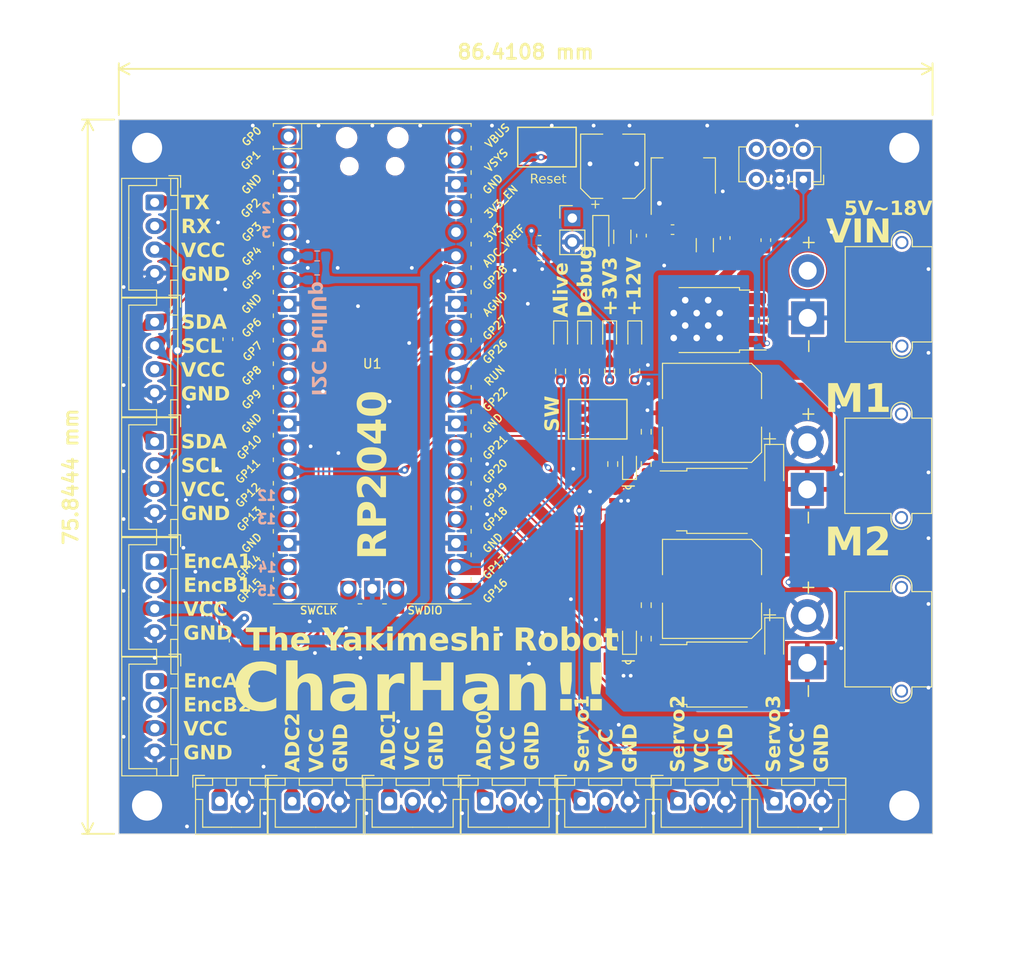
<source format=kicad_pcb>
(kicad_pcb (version 20221018) (generator pcbnew)
  (layers (0 "F.Cu" signal) (31 "B.Cu" signal) (34 "B.Paste" user) (35 "F.Paste" user) (36 "B.SilkS" user "B.Silkscreen") (37 "F.SilkS" user "F.Silkscreen") (38 "B.Mask" user) (39 "F.Mask" user) (44 "Edge.Cuts" user))
  (net 0 "")
  (net 1 "MOut2")
  (net 2 "+12V")
  (net 3 "GND")
  (net 4 "MOut1")
  (net 5 "+3V3")
  (net 6 "Net-(D2-A)")
  (net 7 "Net-(D3-A)")
  (net 8 "Net-(D4-A)")
  (net 9 "Net-(D5-A)")
  (net 10 "ADC0")
  (net 11 "ADC1")
  (net 12 "ADC2")
  (net 13 "SDA")
  (net 14 "SCL")
  (net 15 "EncPortA2")
  (net 16 "EncPortA1")
  (net 17 "+BATT")
  (net 18 "EMG_SW")
  (net 19 "Servo1")
  (net 20 "Servo2")
  (net 21 "Net-(Q1-G)")
  (net 22 "Net-(Q2-G)")
  (net 23 "Net-(Q3-G)")
  (net 24 "Debug_LED")
  (net 25 "Alive_LED")
  (net 26 "RUN")
  (net 27 "Net-(U2-~{OUT})")
  (net 28 "Net-(U3-~{OUT})")
  (net 29 "TX0")
  (net 30 "RX0")
  (net 31 "EncPortB1")
  (net 32 "SW")
  (net 37 "MotorB")
  (net 38 "MotorA")
  (net 44 "EncPortB2")
  (net 47 "Servo3")
  (net 48 "Net-(D6-A)")
  (net 49 "Net-(D7-A)")
  (footprint "Resistor_SMD:R_0603_1608Metric_Pad0.98x0.95mm_HandSolder" (layer "F.Cu") (at 112.903 105.918 90)
    (fp_text reference "R12" hide)
    (fp_text value "51" hide)
  )
  (footprint "Connector_JST:JST_XH_B3B-XH-A_1x03_P2.50mm_Vertical" (layer "F.Cu") (at 85.598 123.19)
    (fp_text reference "J6" hide)
    (fp_text value "JST-XH" hide)
  )
  (footprint "Connector_JST:JST_XH_B4B-XH-A_1x04_P2.50mm_Vertical" (layer "F.Cu") (at 60.706 59.603 -90)
    (fp_text reference "J2" hide)
    (fp_text value "JST-XH" hide)
  )
  (footprint "Capacitor_SMD:CP_Elec_10x10" (layer "F.Cu") (at 119.888 81.9404 180)
    (fp_text reference "C4" hide)
    (fp_text value "220u")
  )
  (footprint "Package_TO_SOT_SMD:TO-252-2" (layer "F.Cu") (at 120.523 109.728)
    (fp_text reference "Q2" hide)
    (fp_text value "MTB7D0N6RJ3" hide)
  )
  (footprint "LED_SMD:LED_0603_1608Metric_Pad1.05x0.95mm_HandSolder" (layer "F.Cu") (at 111.125 105.918 90)
    (fp_text reference "D7" hide)
    (fp_text value "LED" hide)
  )
  (footprint "Resistor_SMD:R_0603_1608Metric_Pad0.98x0.95mm_HandSolder" (layer "F.Cu") (at 112.903 83.947 90)
    (fp_text reference "R13" hide)
    (fp_text value "10k" hide)
  )
  (footprint "Capacitor_SMD:C_0603_1608Metric_Pad1.08x0.95mm_HandSolder" (layer "F.Cu") (at 112.395 63.119 -90)
    (fp_text reference "C7" hide)
    (fp_text value "0.1u" hide)
  )
  (footprint "Resistor_SMD:R_0603_1608Metric_Pad0.98x0.95mm_HandSolder" (layer "F.Cu") (at 109.347 87.376 90)
    (fp_text reference "R1" hide)
    (fp_text value "1k" hide)
  )
  (footprint "Diode_SMD:D_SOD-123F" (layer "F.Cu") (at 126.492 87.503 -90)
    (fp_text reference "D8" hide)
    (fp_text value "ＧＳ１０１０ＦＬ" hide)
  )
  (footprint "Diode_SMD:D_SOD-323_HandSoldering" (layer "F.Cu") (at 108.077 62.992 -90)
    (fp_text reference "D1" hide)
    (fp_text value "D_Schottky" hide)
  )
  (footprint "MCU_RaspberryPi_and_Boards:RPi_Pico_SMD_TH" (layer "F.Cu") (at 83.808 76.723)
    (fp_text reference "U1")
    (fp_text value "Pico" hide)
  )
  (footprint "Connector_AMASS:AMASS_XT30PW-M_1x02_P2.50mm_Horizontal" (layer "F.Cu") (at 130.005525 108.4814 -90)
    (fp_text reference "J16" hide)
    (fp_text value "XT30PW-M" hide)
  )
  (footprint "Package_TO_SOT_SMD:TO-252-2" (layer "F.Cu") (at 119.4965 72.0857 180)
    (fp_text reference "Q3" hide)
    (fp_text value "TJ60S04M3L" hide)
  )
  (footprint "Package_TO_SOT_SMD:TO-252-2" (layer "F.Cu") (at 120.523 91.2896)
    (fp_text reference "Q1" hide)
    (fp_text value "MTB7D0N6RJ3" hide)
  )
  (footprint "Capacitor_SMD:C_0603_1608Metric_Pad1.08x0.95mm_HandSolder" (layer "F.Cu") (at 121.285 63.373 -90)
    (fp_text reference "C10" hide)
    (fp_text value "0.1u" hide)
  )
  (footprint "LED_SMD:LED_0603_1608Metric_Pad1.05x0.95mm_HandSolder" (layer "F.Cu") (at 106.3498 73.8397 -90)
    (fp_text reference "D4" hide)
    (fp_text value "LED" hide)
  )
  (footprint "Connector_JST:JST_XH_B4B-XH-A_1x04_P2.50mm_Vertical" (layer "F.Cu") (at 60.706 72.303 -90)
    (fp_text reference "J8" hide)
    (fp_text value "JST-XH" hide)
  )
  (footprint "Diode_SMD:D_SOD-123F" (layer "F.Cu") (at 126.492 105.918 -90)
    (fp_text reference "D9" hide)
    (fp_text value "D" hide)
  )
  (footprint "Capacitor_SMD:C_0603_1608Metric_Pad1.08x0.95mm_HandSolder" (layer "F.Cu") (at 115.697 62.484 180)
    (fp_text reference "C12" hide)
    (fp_text value "0.1u" hide)
  )
  (footprint "MCP1401T-E_OT:SOT95P270X145-5N" (layer "F.Cu") (at 110.998 109.8314)
    (fp_text reference "U3" hide)
    (fp_text value "MCP1401T-E_OT" hide)
  )
  (footprint "MCP1401T-E_OT:SOT95P270X145-5N" (layer "F.Cu") (at 110.998 91.2642)
    (fp_text reference "U2" hide)
    (fp_text value "MCP1401T-E_OT" hide)
  )
  (footprint "Connector_JST:JST_XH_B4B-XH-A_1x04_P2.50mm_Vertical" (layer "F.Cu") (at 60.706 85.01 -90)
    (fp_text reference "J9" hide)
    (fp_text value "JST-XH" hide)
  )
  (footprint "Connector_JST:JST_XH_B3B-XH-A_1x03_P2.50mm_Vertical" (layer "F.Cu") (at 75.311 123.19)
    (fp_text reference "J7" hide)
    (fp_text value "JST-XH" hide)
  )
  (footprint "Connector_PinHeader_2.54mm:PinHeader_1x02_P2.54mm_Vertical" (layer "F.Cu") (at 105.0544 61.2648)
    (fp_text reference "J4" hide)
    (fp_text value "~" hide)
  )
  (footprint "Capacitor_SMD:CP_Elec_6.3x5.4" (layer "F.Cu") (at 109.347 55.753 90)
    (fp_text reference "C8" hide)
    (fp_text value "220u" hide)
  )
  (footprint "LED_SMD:LED_0603_1608Metric_Pad1.05x0.95mm_HandSolder" (layer "F.Cu") (at 111.125 87.3507 90)
    (fp_text reference "D6" hide)
    (fp_text value "LED" hide)
  )
  (footprint "Connector_JST:JST_XH_B4B-XH-A_1x04_P2.50mm_Vertical" (layer "F.Cu") (at 60.706 97.743 -90)
    (fp_text reference "J11" hide)
    (fp_text value "JST-XH" hide)
  )
  (footprint "Capacitor_SMD:CP_Elec_10x10" (layer "F.Cu") (at 119.888 100.6348 180)
    (fp_text reference "C2" hide)
    (fp_text value "220u")
  )
  (footprint "Connector_JST:JST_XH_B3B-XH-A_1x03_P2.50mm_Vertical" (layer "F.Cu") (at 116.292 123.19)
    (fp_text reference "J15" hide)
    (fp_text value "JST-XH" hide)
  )
  (footprint "Resistor_SMD:R_0603_1608Metric_Pad0.98x0.95mm_HandSolder" (layer "F.Cu") (at 112.903 102.362 90)
    (fp_text reference "R10" hide)
    (fp_text value "10k" hide)
  )
  (footprint "Connector_AMASS:AMASS_XT30PW-M_1x02_P2.50mm_Horizontal" (layer "F.Cu") (at 130.048 71.8528 -90)
    (fp_text reference "J12" hide)
    (fp_text value "XT30PW-M" hide)
  )
  (footprint "Connector_JST:JST_XH_B3B-XH-A_1x03_P2.50mm_Vertical" (layer "F.Cu") (at 95.798 123.19)
    (fp_text reference "J5" hide)
    (fp_text value "JST-XH" hide)
  )
  (footprint "Connector_JST:JST_XH_B4B-XH-A_1x04_P2.50mm_Vertical" (layer "F.Cu") (at 60.723 110.423 -90)
    (fp_text reference "J10" hide)
    (fp_text value "JST-XH" hide)
  )
  (footprint "Capacitor_SMD:C_1206_3216Metric_Pad1.33x1.80mm_HandSolder" (layer "F.Cu") (at 110.363 63.246 -90)
    (fp_text reference "C6" hide)
    (fp_text value "22u" hide)
  )
  (footprint "LED_SMD:LED_0603_1608Metric_Pad1.05x0.95mm_HandSolder" (layer "F.Cu") (at 111.6838 73.8397 -90)
    (fp_text reference "D2" hide)
    (fp_text value "LED" hide)
  )
  (footprint "Resistor_SMD:R_0603_1608Metric_Pad0.98x0.95mm_HandSolder" (layer "F.Cu") (at 109.0168 77.5227 90)
    (fp_text reference "R6" hide)
    (fp_text value "1k" hide)
  )
  (footprint "LED_SMD:LED_0603_1608Metric_Pad1.05x0.95mm_HandSolder" (layer "F.Cu") (at 103.8098 73.8397 -90)
    (fp_text reference "D5" hide)
    (fp_text value "LED" hide)
  )
  (footprint "Resistor_SMD:R_0603_1608Metric_Pad0.98x0.95mm_HandSolder" (layer "F.Cu") (at 111.6838 77.5227 90)
    (fp_text reference "R8" hide)
    (fp_text value "10k" hide)
  )
  (footprint "Resistor_SMD:R_0603_1608Metric_Pad0.98x0.95mm_HandSolder" (layer "F.Cu") (at 109.347 105.918 90)
    (fp_text reference "R2" hide)
    (fp_text value "1k" hide)
  )
  (footprint "Capacitor_SMD:C_0603_1608Metric_Pad1.08x0.95mm_HandSolder" (layer "F.Cu") (at 125.603 63.6005 -90)
    (fp_text reference "C15" hide)
    (fp_text value "0.1u" hide)
  )
  (footprint "newinov-kicad:SKRPACE010" (layer "F.Cu") (at 107.755 82.618)
    (fp_text reference "SW3" hide)
    (fp_text value "SW_Push" hide)
  )
  (footprint "Capacitor_SMD:C_1206_3216Metric_Pad1.33x1.80mm_HandSolder" (layer "F.Cu") (at 119.126 64.135 -90)
    (fp_text reference "C5" hide)
    (fp_text value "22u" hide)
  )
  (footprint "newinov-kicad:SKRPACE010" (layer "F.Cu") (at 102.362 53.721)
    (fp_text reference "SW1" hide)
    (fp_text value "SW_Push" hide)
  )
  (footprint "Resistor_SMD:R_0603_1608Metric_Pad0.98x0.95mm_HandSolder" (layer "F.Cu") (at 125.349 72.136 -90)
    (fp_text reference "R5" hide)
    (fp_text value "10k" hide)
  )
  (footprint "Connector_JST:JST_XH_B3B-XH-A_1x03_P2.50mm_Vertical" (layer "F.Cu") (at 106.045 123.19)
    (fp_text reference "J14" hide)
    (fp_text value "JST-XH" hide)
  )
  (footprint "Resistor_SMD:R_0603_1608Metric_Pad0.98x0.95mm_HandSolder" (layer "F.Cu") (at 103.8098 77.5227 90)
    (fp_text reference "R9" hide)
    (fp_text value "1k" hide)
  )
  (footprint "Capacitor_SMD:C_0603_1608Metric_Pad1.08x0.95mm_HandSolder" (layer "F.Cu") (at 69.1388 106.1212 -90)
    (fp_text reference "C13" hide)
    (fp_text value "0.1u" hide)
  )
  (footprint "Capacitor_SMD:C_0603_1608Metric_Pad1.08x0.95mm_HandSolder" (layer "F.Cu") (at 68.4784 74.1172 90)
    (fp_text reference "C14" hide)
    (fp_text value "0.1u" hide)
  )
  (footprint "Capacitor_SMD:C_0603_1608Metric_Pad1.08x0.95mm_HandSolder" (layer "F.Cu") (at 101.547 65.278)
    (fp_text reference "C9" hide)
    (fp_text value "0.1u" hide)
  )
  (footprint "Capacitor_SMD:C_0603_1608Metric_Pad1.08x0.95mm_HandSolder" (layer "F.Cu") (at 101.5735 63.627)
    (fp_text reference "C11" hide)
    (fp_text value "0.1u" hide)
  )
  (footprint "LED_SMD:LED_0603_1608Metric_Pad1.05x0.95mm_HandSolder" (layer "F.Cu") (at 109.0168 73.8397 -90)
    (fp_text reference "D3" hide)
    (fp_text value "LED" hide)
  )
  (footprint "Resistor_SMD:R_0603_1608Metric_Pad0.98x0.95mm_HandSolder" (layer "F.Cu") (at 112.903 87.376 90)
    (fp_text reference "R11" hide)
    (fp_text value "51" hide)
  )
  (footprint "Connector_JST:JST_XH_B3B-XH-A_1x03_P2.50mm_Vertical" (layer "F.Cu") (at 126.532 123.19)
    (fp_text reference "J3" hide)
    (fp_text value "JST-XH" hide)
  )
  (footprint "Package_TO_SOT_SMD:SOT-223-3_TabPin2" (layer "F.Cu") (at 116.84 56.769 90)
    (fp_text reference "U4" hide)
    (fp_text value "AZ1117CH-3.3TR" hide)
  )
  (footprint "Connector_JST:JST_XH_B2B-XH-A_1x02_P2.50mm_Vertical" (layer "F.Cu") (at 67.604 123.19)
    (fp_text reference "J13" hide)
    (fp_text value "JST-XH" hide)
  )
  (footprint "Button_Switch_THT:SW_E-Switch_EG1271_SPDT" (layer "F.Cu") (at 129.5908 57.15 180)
    (fp_text reference "SW2" hide)
    (fp_text value "SW_DPST_x2" hide)
  )
  (footprint "Connector_AMASS:AMASS_XT30PW-M_1x02_P2.50mm_Horizontal" (layer "F.Cu") (at 130.0048 90.0656 -90)
    (fp_text reference "J1" hide)
    (fp_text value "XT30PW-M" hide)
  )
  (footprint "Resistor_SMD:R_0603_1608Metric_Pad0.98x0.95mm_HandSolder" (layer "F.Cu") (at 106.3498 77.5227 90)
    (fp_text reference "R7" hide)
    (fp_text value "1k" hide)
  )
  (footprint "Resistor_SMD:R_0603_1608Metric_Pad0.98x0.95mm_HandSolder" (layer "B.Cu") (at 77.9545 65.278 180)
    (fp_text reference "R3" hide)
    (fp_text value "10k" hide)
  )
  (footprint "Resistor_SMD:R_0603_1608Metric_Pad0.98x0.95mm_HandSolder" (layer "B.Cu") (at 77.9545 67.818 180)
    (fp_text reference "R4" hide)
    (fp_text value "10k" hide)
  )
  (gr_rect (start 56.896 50.8) (end 143.3068 126.6444) (stroke (width 0.1)) (fill none) (layer "Edge.Cuts"))
  (gr_text "2" (at 72.5424 60.198) (layer "B.SilkS") (effects (font (size 1 1) (thickness 0.25) bold) (justify mirror)))
  (gr_text "12" (at 72.5932 90.7288) (layer "B.SilkS") (effects (font (size 1 1) (thickness 0.25) bold) (justify mirror)))
  (gr_text "14" (at 72.644 98.3488) (layer "B.SilkS") (effects (font (size 1 1) (thickness 0.25) bold) (justify mirror)))
  (gr_text "3" (at 72.5424 62.7888) (layer "B.SilkS") (effects (font (size 1 1) (thickness 0.25) bold) (justify mirror)))
  (gr_text "15" (at 72.5932 100.838) (layer "B.SilkS") (effects (font (size 1 1) (thickness 0.25) bold) (justify mirror)))
  (gr_text "I2C PullUp" (at 78.0288 74.0664 270) (layer "B.SilkS") (effects (font (size 1.5 1.5) (thickness 0.3) bold) (justify mirror)))
  (gr_text "13" (at 72.5932 93.218) (layer "B.SilkS") (effects (font (size 1 1) (thickness 0.25) bold) (justify mirror)))
  (gr_text "Servo3" (at 126.492 120.142 90) (layer "F.SilkS") (effects (font (size 1.5 1.5) (thickness 0.3) bold) (justify left)))
  (gr_text "Reset" (at 102.489 57.15) (layer "F.SilkS") (effects (font (size 1 1) (thickness 0.125))))
  (gr_text "VCC" (at 77.978 120.142 90) (layer "F.SilkS") (effects (font (size 1.5 1.5) (thickness 0.3) bold) (justify left)))
  (gr_text "VCC" (at 63.5 90.17) (layer "F.SilkS") (effects (font (size 1.5 1.5) (thickness 0.3) bold) (justify left)))
  (gr_text "SDA" (at 63.5 72.39) (layer "F.SilkS") (effects (font (size 1.5 1.5) (thickness 0.3) bold) (justify left)))
  (gr_text "VCC" (at 118.872 120.142 90) (layer "F.SilkS") (effects (font (size 1.5 1.5) (thickness 0.3) bold) (justify left)))
  (gr_text "+3V3" (at 109.1438 71.6807 90) (layer "F.SilkS") (effects (font (size 1.5 1.5) (thickness 0.3) bold) (justify left)))
  (gr_text "SDA" (at 63.5 85.09) (layer "F.SilkS") (effects (font (size 1.5 1.5) (thickness 0.3) bold) (justify left)))
  (gr_text "GND" (at 63.754 105.41) (layer "F.SilkS") (effects (font (size 1.5 1.5) (thickness 0.3) bold) (justify left)))
  (gr_text "SW" (at 102.997 83.947 90) (layer "F.SilkS") (effects (font (size 1.5 1.5) (thickness 0.3) bold) (justify left)))
  (gr_text "VIN\n" (at 138.938 62.8104) (layer "F.SilkS") (effects (font (size 2.5 2.5) (thickness 0.3) bold) (justify right)))
  (gr_text "EncA1" (at 63.754 97.79) (layer "F.SilkS") (effects (font (size 1.5 1.5) (thickness 0.3) bold) (justify left)))
  (gr_text "GND" (at 131.572 120.142 90) (layer "F.SilkS") (effects (font (size 1.5 1.5) (thickness 0.3) bold) (justify left)))
  (gr_text "ADC0" (at 95.758 119.888 90) (layer "F.SilkS") (effects (font (size 1.5 1.5) (thickness 0.3) bold) (justify left)))
  (gr_text "VCC" (at 63.5 77.47) (layer "F.SilkS") (effects (font (size 1.5 1.5) (thickness 0.3) bold) (justify left)))
  (gr_text "VCC" (at 108.712 120.142 90) (layer "F.SilkS") (effects (font (size 1.5 1.5) (thickness 0.3) bold) (justify left)))
  (gr_text "VCC" (at 129.032 120.142 90) (layer "F.SilkS") (effects (font (size 1.5 1.5) (thickness 0.3) bold) (justify left)))
  (gr_text "Servo1" (at 106.172 120.142 90) (layer "F.SilkS") (effects (font (size 1.5 1.5) (thickness 0.3) bold) (justify left)))
  (gr_text "RP2040" (at 84.0232 97.536 90) (layer "F.SilkS") (effects (font (size 3 3) (thickness 0.3) bold) (justify left)))
  (gr_text "VCC" (at 63.754 115.57) (layer "F.SilkS") (effects (font (size 1.5 1.5) (thickness 0.3) bold) (justify left)))
  (gr_text "ADC2" (at 75.438 120.142 90) (layer "F.SilkS") (effects (font (size 1.5 1.5) (thickness 0.3) bold) (justify left)))
  (gr_text "GND" (at 100.838 119.888 90) (layer "F.SilkS") (effects (font (size 1.5 1.5) (thickness 0.3) bold) (justify left)))
  (gr_text "ADC1" (at 85.598 119.888 90) (layer "F.SilkS") (effects (font (size 1.5 1.5) (thickness 0.3) bold) (justify left)))
  (gr_text "EncA2\n" (at 63.754 110.49) (layer "F.SilkS") (effects (font (size 1.5 1.5) (thickness 0.3) bold) (justify left)))
  (gr_text "The Yakimeshi Robot" (at 70.358 104.775) (layer "F.SilkS") (effects (font (size 2.4 2.4) (thickness 0.3) bold italic) (justify left top)))
  (gr_text "VCC" (at 63.754 102.87) (layer "F.SilkS") (effects (font (size 1.5 1.5) (thickness 0.3) bold) (justify left)))
  (gr_text "EncB2" (at 63.754 113.03) (layer "F.SilkS") (effects (font (size 1.5 1.5) (thickness 0.3) bold) (justify left)))
  (gr_text "GND" (at 63.754 118.11) (layer "F.SilkS") (effects (font (size 1.5 1.5) (thickness 0.3) bold) (justify left)))
  (gr_text "GND" (at 111.252 120.142 90) (layer "F.SilkS") (effects (font (size 1.5 1.5) (thickness 0.3) bold) (justify left)))
  (gr_text "VCC" (at 88.138 119.888 90) (layer "F.SilkS") (effects (font (size 1.5 1.5) (thickness 0.3) bold) (justify left)))
  (gr_text "SCL" (at 63.5 74.93) (layer "F.SilkS") (effects (font (size 1.5 1.5) (thickness 0.3) bold) (justify left)))
  (gr_text "TX" (at 63.5 59.69) (layer "F.SilkS") (effects (font (size 1.5 1.5) (thickness 0.3) bold) (justify left)))
  (gr_text "GND" (at 121.412 120.142 90) (layer "F.SilkS") (effects (font (size 1.5 1.5) (thickness 0.3) bold) (justify left)))
  (gr_text "Alive" (at 103.9368 71.8077 90) (layer "F.SilkS") (effects (font (size 1.5 1.5) (thickness 0.3) bold) (justify left)))
  (gr_text "GND" (at 80.518 120.142 90) (layer "F.SilkS") (effects (font (size 1.5 1.5) (thickness 0.3) bold) (justify left)))
  (gr_text "VCC" (at 63.5 64.77) (layer "F.SilkS") (effects (font (size 1.5 1.5) (thickness 0.3) bold) (justify left)))
  (gr_text "RX" (at 63.5 62.23) (layer "F.SilkS") (effects (font (size 1.5 1.5) (thickness 0.3) bold) (justify left)))
  (gr_text "GND" (at 90.678 119.888 90) (layer "F.SilkS") (effects (font (size 1.5 1.5) (thickness 0.3) bold) (justify left)))
  (gr_text "GND" (at 63.5 67.31) (layer "F.SilkS") (effects (font (size 1.5 1.5) (thickness 0.3) bold) (justify left)))
  (gr_text "SCL" (at 63.5 87.63) (layer "F.SilkS") (effects (font (size 1.5 1.5) (thickness 0.3) bold) (justify left)))
  (gr_text "CharHan!!" (at 68.9356 108.5342) (layer "F.SilkS") (effects (font (size 5 5) (thickness 0.3) bold italic) (justify left top)))
  (gr_text "M2" (at 138.937275 95.8362) (layer "F.SilkS") (effects (font (size 3 3) (thickness 0.3) bold) (justify right)))
  (gr_text "Servo2" (at 116.332 120.142 90) (layer "F.SilkS") (effects (font (size 1.5 1.5) (thickness 0.3) bold) (justify left)))
  (gr_text "VCC" (at 98.298 119.888 90) (layer "F.SilkS") (effects (font (size 1.5 1.5) (thickness 0.3) bold) (justify left)))
  (gr_text "M1" (at 138.937275 80.5962) (layer "F.SilkS") (effects (font (size 3 3) (thickness 0.3) bold) (justify right)))
  (gr_text "5V~18V" (at 133.9088 61.1848) (layer "F.SilkS") (effects (font (size 1.5 1.5) (thickness 0.3) bold) (justify left bottom)))
  (gr_text "Debug" (at 106.4768 71.8077 90) (layer "F.SilkS") (effects (font (size 1.5 1.5) (thickness 0.3) bold) (justify left)))
  (gr_text "GND" (at 63.5 80.01) (layer "F.SilkS") (effects (font (size 1.5 1.5) (thickness 0.3) bold) (justify left)))
  (gr_text "EncB1" (at 63.754 100.33) (layer "F.SilkS") (effects (font (size 1.5 1.5) (thickness 0.3) bold) (justify left)))
  (gr_text "+12V" (at 111.6838 71.6807 90) (layer "F.SilkS") (effects (font (size 1.5 1.5) (thickness 0.3) bold) (justify left)))
  (gr_text "GND" (at 63.5 92.71) (layer "F.SilkS") (effects (font (size 1.5 1.5) (thickness 0.3) bold) (justify left)))
  (dimension (type aligned) (layer "F.SilkS") (pts (xy 143.3068 50.8) (xy 56.896 50.8)) (height 5.384799) (gr_text "86.4108 mm" (at 100.1014 43.615201) (layer "F.SilkS") (effects (font (size 1.5 1.5) (thickness 0.3)))) (format (prefix "") (suffix "") (units 3) (units_format 1) (precision 4)) (style (thickness 0.2) (arrow_length 1.27) (text_position_mode 0) (extension_height 0.58642) (extension_offset 0.5) keep_text_aligned))
  (dimension (type aligned) (layer "F.SilkS") (pts (xy 56.896 50.8) (xy 56.896 126.6444)) (height 3.301999) (gr_text "75.8444 mm" (at 51.794001 88.7222 90) (layer "F.SilkS") (effects (font (size 1.5 1.5) (thickness 0.3)))) (format (prefix "") (suffix "") (units 3) (units_format 1) (precision 4)) (style (thickness 0.2) (arrow_length 1.27) (text_position_mode 0) (extension_height 0.58642) (extension_offset 0.5) keep_text_aligned))
  (segment (start 119.253 60.032) (end 119.14 59.919) (width 0.7) (layer "F.Cu") (net 2))
  (segment (start 110.972112 91.2642) (end 110.260437 91.2642) (width 0.5) (layer "F.Cu") (net 2))
  (segment (start 109.6264 91.2642) (end 109.6028 91.2878) (width 0.5) (layer "F.Cu") (net 2))
  (segment (start 110.236837 91.2878) (end 109.65 91.2878) (width 0.5) (layer "F.Cu") (net 2))
  (segment (start 121.133 59.919) (end 119.14 59.919) (width 1) (layer "F.Cu") (net 2))
  (segment (start 109.7534 109.8314) (end 110.0854 109.8314) (width 0.5) (layer "F.Cu") (net 2))
  (segment (start 119.188 62.5105) (end 119.126 62.5725) (width 0.7) (layer "F.Cu") (net 2))
  (segment (start 110.49 109.855) (end 109.777 109.855) (width 0.5) (layer "F.Cu") (net 2))
  (segment (start 111.6838 78.4352) (end 111.6838 78.4117) (width 0.2) (layer "F.Cu") (net 2))
  (segment (start 115.8221 70.0269) (end 118.2365 72.1365) (width 1) (layer "F.Cu") (net 2))
  (segment (start 119.7615 70.6115) (end 118.2365 72.1365) (width 1) (layer "F.Cu") (net 2))
  (segment (start 116.4825 70.3825) (end 115.8221 70.0269) (width 1) (layer "F.Cu") (net 2))
  (segment (start 122.809 65.786) (end 119.4797 69.1153) (width 1) (layer "F.Cu") (net 2))
  (segment (start 119.14 62.5585) (end 119.126 62.5725) (width 1) (layer "F.Cu") (net 2))
  (segment (start 122.809 65.786) (end 122.809 61.595) (width 1) (layer "F.Cu") (net 2))
  (segment (start 110.260437 91.2642) (end 110.236837 91.2878) (width 0.5) (layer "F.Cu") (net 2))
  (segment (start 109.6028 91.2878) (end 109.601837 91.2878) (width 0.5) (layer "F.Cu") (net 2))
  (segment (start 119.4797 69.1153) (end 119.4797 69.9761) (width 1) (layer "F.Cu") (net 2))
  (segment (start 117.309 74.409) (end 116.5615 73.6615) (width 1) (layer "F.Cu") (net 2))
  (segment (start 121.285 62.5105) (end 119.188 62.5105) (width 0.7) (layer "F.Cu") (net 2))
  (segment (start 111.252 109.855) (end 110.49 109.855) (width 0.5) (layer "F.Cu") (net 2))
  (segment (start 109.65 91.2878) (end 109.6264 91.2642) (width 0.5) (layer "F.Cu") (net 2))
  (segment (start 119.9115 70.6115) (end 119.7615 70.6115) (width 1) (layer "F.Cu") (net 2))
  (segment (start 109.777 109.855) (end 109.7534 109.8314) (width 0.5) (layer "F.Cu") (net 2))
  (segment (start 119.14 59.919) (end 119.14 62.5585) (width 1) (layer "F.Cu") (net 2))
  (segment (start 110.0854 109.8314) (end 110.109 109.855) (width 0.5) (layer "F.Cu") (net 2))
  (segment (start 122.809 61.595) (end 121.133 59.919) (width 1) (layer "F.Cu") (net 2))
  (via (at 110.236837 91.2878) (size 0.6) (drill 0.4) (layers "F.Cu" "B.Cu") (net 2))
  (via (at 119.4797 69.9761) (size 1.2) (drill 0.7) (layers "F.Cu" "B.Cu") (net 2))
  (via (at 111.252 109.855) (size 0.6) (drill 0.4) (layers "F.Cu" "B.Cu") (net 2))
  (via (at 115.8221 71.3477) (size 1.2) (drill 0.7) (layers "F.Cu" "B.Cu") (net 2))
  (via (at 117.0413 72.6685) (size 1.2) (drill 0.7) (layers "F.Cu" "B.Cu") (net 2))
  (via (at 110.972112 91.2642) (size 0.6) (drill 0.4) (layers "F.Cu" "B.Cu") (net 2))
  (via (at 120.6989 71.3477) (size 1.2) (drill 0.7) (layers "F.Cu" "B.Cu") (net 2))
  (via (at 115.8221 73.9893) (size 1.2) (drill 0.7) (layers "F.Cu" "B.Cu") (net 2))
  (via (at 117.0413 69.9761) (size 1.2) (drill 0.7) (layers "F.Cu" "B.Cu") (net 2))
  (via (at 120.6989 73.9893) (size 1.2) (drill 0.7) (layers "F.Cu" "B.Cu") (net 2))
  (via (at 118.2605 73.9893) (size 1.2) (drill 0.7) (layers "F.Cu" "B.Cu") (net 2))
  (via (at 111.6838 78.4117) (size 0.7) (drill 0.5) (layers "F.Cu" "B.Cu") (net 2))
  (via (at 119.4797 72.6685) (size 1.2) (drill 0.7) (layers "F.Cu" "B.Cu") (net 2))
  (via (at 118.2605 71.3477) (size 1.2) (drill 0.7) (layers "F.Cu" "B.Cu") (net 2))
  (via (at 110.49 109.855) (size 0.6) (drill 0.4) (layers "F.Cu" "B.Cu") (net 2))
  (segment (start 111.6838 78.4117) (end 112.2191 77.8764) (width 0.2) (layer "B.Cu") (net 2))
  (segment (start 112.2191 77.8764) (end 114.7064 77.8764) (width 0.2) (layer "B.Cu") (net 2))
  (segment (start 118.2605 73.9893) (end 118.3113 74.0401) (width 1) (layer "B.Cu") (net 2))
  (segment (start 111.125 106.793) (end 111.125 107.393) (width 0.7) (layer "F.Cu") (net 3))
  (segment (start 111.125 88.8258) (end 109.6264 90.3244) (width 0.7) (layer "F.Cu") (net 3))
  (segment (start 111.125 107.393) (end 109.6264 108.8916) (width 0.7) (layer "F.Cu") (net 3))
  (segment (start 102.436 65.2515) (end 102.4095 65.278) (width 1) (layer "F.Cu") (net 3))
  (segment (start 102.4095 65.278) (end 102.4095 63.6535) (width 0.7) (layer "F.Cu") (net 3))
  (segment (start 109.04 52.646) (end 109.347 52.953) (width 1) (layer "F.Cu") (net 3))
  (segment (start 114.8345 62.484) (end 114.8345 60.2135) (width 1) (layer "F.Cu") (net 3))
  (segment (start 102.4095 63.6535) (end 102.436 63.627) (width 0.7) (layer "F.Cu") (net 3))
  (segment (start 111.125 88.2257) (end 111.125 88.8258) (width 0.7) (layer "F.Cu") (net 3))
  (segment (start 114.8345 60.2135) (end 114.54 59.919) (width 1) (layer "F.Cu") (net 3))
  (segment (start 130.048 71.8528) (end 130.048 71.882) (width 0.7) (layer "F.Cu") (net 3))
  (via (at 113.029275 81.661) (size 0.6) (drill 0.4) (layers "F.Cu" "B.Cu") (net 3))
  (via (at 114.808 66.294) (size 0.6) (drill 0.4) (layers "F.Cu" "B.Cu") (net 3))
  (via (at 142.875 75.565) (size 0.6) (drill 0.4) (layers "F.Cu" "B.Cu") (net 3))
  (via (at 60.706 107.95) (size 0.6) (drill 0.4) (layers "F.Cu" "B.Cu") (net 3))
  (via (at 63.754 96.266) (size 0.6) (drill 0.4) (layers "F.Cu" "B.Cu") (net 3))
  (via (at 113.0808 76.8604) (size 0.6) (drill 0.4) (layers "F.Cu" "B.Cu") (net 3))
  (via (at 83.185 124.46) (size 0.6) (drill 0.4) (layers "F.Cu" "B.Cu") (net 3))
  (via (at 90.805 67.945) (size 0.6) (drill 0.4) (layers "F.Cu" "B.Cu") (net 3))
  (via (at 77.724 107.442) (size 0.6) (drill 0.4) (layers "F.Cu" "B.Cu") (net 3))
  (via (at 97.4852 105.4608) (size 0.6) (drill 0.4) (layers "F.Cu" "B.Cu") (net 3))
  (via (at 59.896 123.6444) (size 6) (drill 3.2) (layers "F.Cu" "B.Cu") (net 3))
  (via (at 82.55 107.95) (size 0.6) (drill 0.4) (layers "F.Cu" "B.Cu") (net 3))
  (via (at 86.5632 114.7064) (size 0.6) (drill 0.4) (layers "F.Cu" "B.Cu") (net 3))
  (via (at 68.326 91.186) (size 0.6) (drill 0.4) (layers "F.Cu" "B.Cu") (net 3))
  (via (at 76.962 66.548) (size 0.6) (drill 0.4) (layers "F.Cu" "B.Cu") (net 3))
  (via (at 113.1316 78.8416) (size 0.6) (drill 0.4) (layers "F.Cu" "B.Cu") (net 3))
  (via (at 88.011 66.548) (size 0.6) (drill 0.4) (layers "F.Cu" "B.Cu") (net 3))
  (via (at 93.345 124.46) (size 0.6) (drill 0.4) (layers "F.Cu" "B.Cu") (net 3))
  (via (at 68.199 68.834) (size 0.6) (drill 0.4) (layers "F.Cu" "B.Cu") (net 3))
  (via (at 128.905 51.435) (size 0.6) (drill 0.4) (layers "F.Cu" "B.Cu") (net 3))
  (via (at 57.404 93.218) (size 0.6) (drill 0.4) (layers "F.Cu" "B.Cu") (net 3))
  (via (at 142.875 102.235) (size 0.6) (drill 0.4) (layers "F.Cu" "B.Cu") (net 3))
  (via (at 77.2668 85.4964) (size 0.6) (drill 0.4) (layers "F.Cu" "B.Cu") (net 3))
  (via (at 57.404 78.994) (size 0.6) (drill 0.4) (layers "F.Cu" "B.Cu") (net 3))
  (via (at 114.3 59.69) (size 0.7) (drill 0.5) (layers "F.Cu" "B.Cu") (net 3))
  (via (at 80.137 66.548) (size 0.6) (drill 0.4) (layers "F.Cu" "B.Cu") (net 3))
  (via (at 87.7316 74.5236) (size 0.6) (drill 0.4) (layers "F.Cu" "B.Cu") (net 3))
  (via (at 128.016 99.9236) (size 0.6) (drill 0.4) (layers "F.Cu" "B.Cu") (net 3))
  (via (at 64.008 91.186) (size 0.6) (drill 0.4) (layers "F.Cu" "B.Cu") (net 3))
  (via (at 100.33 70.358) (size 0.6) (drill 0.4) (layers "F.Cu" "B.Cu") (net 3))
  (via (at 76.962 63.754) (size 0.6) (drill 0.4) (layers "F.Cu" "B.Cu") (net 3))
  (via (at 119.38 51.435) (size 0.6) (drill 0.4) (layers "F.Cu" "B.Cu") (net 3))
  (via (at 121.031 58.42) (size 0.6) (drill 0.4) (layers "F.Cu" "B.Cu") (net 3))
  (via (at 96.012 92.71) (size 0.6) (drill 0.4) (layers "F.Cu" "B.Cu") (net 3))
  (via (at 67.31 87.884) (size 0.6) (drill 0.4) (layers "F.Cu" "B.Cu") (net 3))
  (via (at 128.27 115.062) (size 0.6) (drill 0.4) (layers "F.Cu" "B.Cu") (net 3))
  (via (at 133.604 106.934) (size 0.6) (drill 0.4) (layers "F.Cu" "B.Cu") (net 3))
  (via (at 57.404 100.838) (size 0.6) (drill 0.4) (layers "F.Cu" "B.Cu") (net 3))
  (via (at 67.437 61.722) (size 0.6) (drill 0.4) (layers "F.Cu" "B.Cu") (net 3))
  (via (at 142.875 95.25) (size 0.6) (drill 0.4) (layers "F.Cu" "B.Cu") (net 3))
  (via (at 142.875 88.265) (size 0.6) (drill 0.4) (layers "F.Cu" "B.Cu") (net 3))
  (via (at 140.3068 53.8) (size 6) (drill 3.2) (layers "F.Cu" "B.Cu") (net 3))
  (via (at 64.135 125.857) (size 0.6) (drill 0.4) (layers "F.Cu" "B.Cu") (net 3))
  (via (at 64.262 81.28) (size 0.6) (drill 0.4) (layers "F.Cu" "B.Cu") (net 3))
  (via (at 103.505 124.46) (size 0.6) (drill 0.4) (layers "F.Cu" "B.Cu") (net 3))
  (via (at 57.404 112.268) (size 0.6) (drill 0.4) (layers "F.Cu" "B.Cu") (net 3))
  (via (at 107.315 51.435) (size 0.6) (drill 0.4) (layers "F.Cu" "B.Cu") (net 3))
  (via (at 101.854 66.675) (size 0.6) (drill 0.4) (layers "F.Cu" "B.Cu") (net 3))
  (via (at 107.569 103.886) (size 0.6) (drill 0.4) (layers "F.Cu" "B.Cu") (net 3))
  (via (at 96.52 51.435) (size 0.6) (drill 0.4) (layers "F.Cu" "B.Cu") (net 3))
  (via (at 142.875 66.675) (size 0.6) (drill 0.4) (layers "F.Cu" "B.Cu") (net 3))
  (via (at 81.026 104.775) (size 0.6) (drill 0.4) (layers "F.Cu" "B.Cu") (net 3))
  (via (at 111.887 55.499) (size 0.7) (drill 0.5) (layers "F.Cu" "B.Cu") (net 3))
  (via (at 57.404 68.58) (size 0.6) (drill 0.4) (layers "F.Cu" "B.Cu") (net 3))
  (via (at 133.35 81.28) (size 0.6) (drill 0.4) (layers "F.Cu" "B.Cu") (net 3))
  (via (at 72.39 124.46) (size 0.6) (drill 0.4) (layers "F.Cu" "B.Cu") (net 3))
  (via (at 101.854 105.283) (size 0.6) (drill 0.4) (layers "F.Cu" "B.Cu") (net 3))
  (via (at 131.445 126.111) (size 0.6) (drill 0.4) (layers "F.Cu" "B.Cu") (net 3))
  (via (at 80.2132 86.2076) (size 0.6) (drill 0.4) (layers "F.Cu" "B.Cu") (net 3))
  (via (at 111.125 51.435) (size 0.6) (drill 0.4) (layers "F.Cu" "B.Cu") (net 3))
  (via (at 96.012 87.376) (size 0.6) (drill 0.4) (layers "F.Cu" "B.Cu") (net 3))
  (via (at 109.982 115.062) (size 0.6) (drill 0.4) (layers "F.Cu" "B.Cu") (net 3))
  (via (at 78.5876 79.6544) (size 0.6) (drill 0.4) (layers "F.Cu" "B.Cu") (net 3))
  (via (at 65.024 98.806) (size 0.6) (drill 0.4) (layers "F.Cu" "B.Cu") (net 3))
  (via (at 59.896 53.8) (size 6) (drill 3.2) (layers "F.Cu" "B.Cu") (net 3))
  (via (at 133.603275 88.4702) (size 0.6) (drill 0.4) (layers "F.Cu" "B.Cu") (net 3))
  (via (at 106.934 90.297) (size 0.6) (drill 0.4) (layers "F.Cu" "B.Cu") (net 3))
  (via (at 102.87 51.435) (size 0.6) (drill 0.4) (layers "F.Cu" "B.Cu") (net 3))
  (via (at 85.6488 80.7212) (size 0.6) (drill 0.4) (layers "F.Cu" "B.Cu") (net 3))
  (via (at 105.156 87.884) (size 0.6) (drill 0.4) (layers "F.Cu" "B.Cu") (net 3))
  (via (at 71.12 51.435) (size 0.6) (drill 0.4) (layers "F.Cu" "B.Cu") (net 3))
  (via (at 140.3068 123.6444) (size 6) (drill 3.2) (layers "F.Cu" "B.Cu") (net 3))
  (via (at 100.457 108.585) (size 0.6) (drill 0.4) (layers "F.Cu" "B.Cu") (net 3))
  (via (at 96.012 90.17) (size 0.6) (drill 0.4) (layers "F.Cu" "B.Cu") (net 3))
  (via (at 57.404 116.332) (size 0.6) (drill 0.4) (layers "F.Cu" "B.Cu") (net 3))
  (via (at 82.296 70.612) (size 0.6) (drill 0.4) (layers "F.Cu" "B.Cu") (net 3))
  (via (at 106.934 55.499) (size 0.7) (drill 0.5) (layers "F.Cu" "B.Cu") (net 3))
  (via (at 132.588 62.738) (size 0.6) (drill 0.4) (layers "F.Cu" "B.Cu") (net 3))
  (via (at 83.82 51.435) (size 0.6) (drill 0.4) (layers "F.Cu" "B.Cu") (net 3))
  (via (at 142.875 111.125) (size 0.6) (drill 0.4) (layers "F.Cu" "B.Cu") (net 3))
  (via (at 78.105 51.435) (size 0.6) (drill 0.4) (layers "F.Cu" "B.Cu") (net 3))
  (via (at 77.1652 104.0892) (size 0.6) (drill 0.4) (layers "F.Cu" "B.Cu") (net 3))
  (via (at 113.665 124.46) (size 0.6) (drill 0.4) (layers "F.Cu" "B.Cu") (net 3))
  (via (at 104.902 101.727) (size 0.6) (drill 0.4) (layers "F.Cu" "B.Cu") (net 3))
  (via (at 88.9 51.435) (size 0.6) (drill 0.4) (layers "F.Cu" "B.Cu") (net 3))
  (via (at 57.404 88.138) (size 0.6) (drill 0.4) (layers "F.Cu" "B.Cu") (net 3))
  (via (at 98.933 66.802) (size 0.6) (drill 0.4) (layers "F.Cu" "B.Cu") (net 3))
  (via (at 72.263 119.507) (size 0.6) (drill 0.4) (layers "F.Cu" "B.Cu") (net 3))
  (segment (start 58.42 117.221) (end 59.142 117.943) (width 1) (layer "B.Cu") (net 3))
  (segment (start 57.785 116.205) (end 58.42 116.84) (width 1) (layer "B.Cu") (net 3))
  (segment (start 70.104 121.031) (end 66.996 117.923) (width 1) (layer "B.Cu") (net 3))
  (segment (start 58.467 79.803) (end 58.42 79.756) (width 1) (layer "B.Cu") (net 3))
  (segment (start 90.598 121.111) (end 90.598 123.19) (width 1) (layer "B.Cu") (net 3))
  (segment (start 110.998 121.031) (end 120.777 121.031) (width 1) (layer "B.Cu") (net 3))
  (segment (start 58.42 115.57) (end 57.785 116.205) (width 1) (layer "B.Cu") (net 3))
  (segment (start 70.104 121.031) (end 70.104 123.19) (width 1) (layer "B.Cu") (net 3))
  (segment (start 60.706 79.803) (end 58.467 79.803) (width 1) (layer "B.Cu") (net 3))
  (segment (start 60.703 117.943) (end 60.723 117.923) (width 1) (layer "B.Cu") (net 3))
  (segment (start 60.706 67.228) (end 58.42 69.514) (width 1) (layer "B.Cu") (net 3))
  (segment (start 70.104 121.031) (end 80.391 121.031) (width 1) (layer "B.Cu") (net 3))
  (segment (start 100.798 121.071) (end 100.838 121.031) (width 1) (layer "B.Cu") (net 3))
  (segment (start 60.706 67.103) (end 60.706 67.228) (width 1) (layer "B.Cu") (net 3))
  (segment (start 58.42 69.514) (end 58.42 79.756) (width 1) (layer "B.Cu") (net 3))
  (segment (start 111.045 123.19) (end 111.045 121.078) (width 1) (layer "B.Cu") (net 3))
  (segment (start 58.42 92.71) (end 58.42 105.283) (width 1) (layer "B.Cu") (net 3))
  (segment (start 90.598 121.111) (end 90.678 121.031) (width 1) (layer "B.Cu") (net 3))
  (segment (start 80.311 121.111) (end 80.311 123.19) (width 1) (layer "B.Cu") (net 3))
  (segment (start 120.777 121.031) (end 121.292 121.546) (width 1) (layer "B.Cu") (net 3))
  (segment (start 66.996 117.923) (end 60.723 117.923) (width 1) (layer "B.Cu") (net 3))
  (segment (start 100.838 121.031) (end 110.998 121.031) (width 1) (layer "B.Cu") (net 3))
  (segment (start 111.045 121.078) (end 110.998 121.031) (width 1) (layer "B.Cu") (net 3))
  (segment (start 58.42 79.756) (end 58.42 92.71) (width 1) (layer "B.Cu") (net 3))
  (segment (start 58.62 92.51) (end 58.42 92.71) (width 1) (layer "B.Cu") (net 3))
  (segment (start 58.42 105.283) (end 58.42 115.57) (width 1) (layer "B.Cu") (net 3))
  (segment (start 60.706 92.51) (end 58.62 92.51) (width 1) (layer "B.Cu") (net 3))
  (segment (start 90.678 121.031) (end 100.838 121.031) (width 1) (layer "B.Cu") (net 3))
  (segment (start 80.391 121.031) (end 90.678 121.031) (width 1) (layer "B.Cu") (net 3))
  (segment (start 58.46 105.243) (end 58.42 105.283) (width 1) (layer "B.Cu") (net 3))
  (segment (start 60.706 105.243) (end 58.46 105.243) (width 1) (layer "B.Cu") (net 3))
  (segment (start 80.391 121.031) (end 80.311 121.111) (width 1) (layer "B.Cu") (net 3))
  (segment (start 59.142 117.943) (end 60.703 117.943) (width 1) (layer "B.Cu") (net 3))
  (segment (start 58.42 116.84) (end 58.42 117.221) (width 1) (layer "B.Cu") (net 3))
  (segment (start 100.798 121.071) (end 100.798 123.19) (width 1) (layer "B.Cu") (net 3))
  (segment (start 121.292 121.546) (end 121.292 123.19) (width 1) (layer "B.Cu") (net 3))
  (segment (start 59.416 115.423) (end 58.547 114.554) (width 1) (layer "F.Cu") (net 5))
  (segment (start 68.4784 74.9797) (end 63.4503 74.9797) (width 0.7) (layer "F.Cu") (net 5))
  (segment (start 62.337 115.423) (end 64.77 117.856) (width 1) (layer "F.Cu") (net 5))
  (segment (start 58.547 91.313) (end 59.85 90.01) (width 1) (layer "F.Cu") (net 5))
  (segment (start 66.802 125.857) (end 77.597 125.857) (width 1) (layer "F.Cu") (net 5))
  (segment (start 116.5595 62.484) (end 116.5595 60.1995) (width 1) (layer "F.Cu") (net 5))
  (segment (start 58.547 114.554) (end 58.547 102.743) (width 1) (layer "F.Cu") (net 5))
  (segment (start 69.1388 104.8512) (end 69.1388 105.2587) (width 1) (layer "F.Cu") (net 5))
  (segment (start 77.811 125.643) (end 77.597 125.857) (width 1) (layer "F.Cu") (net 5))
  (segment (start 92.713 62.738) (end 92.698 62.753) (width 1) (layer "F.Cu") (net 5))
  (segment (start 63.079 77.303) (end 63.119 77.343) (width 1) (layer "F.Cu") (net 5))
  (segment (start 59.85 90.01) (end 60.706 90.01) (width 1) (layer "F.Cu") (net 5))
  (segment (start 118.792 123.19) (end 118.792 125.81) (width 1) (layer "F.Cu") (net 5))
  (segment (start 98.298 125.857) (end 108.585 125.857) (width 1) (layer "F.Cu") (net 5))
  (segment (start 60.723 115.423) (end 62.337 115.423) (width 1) (layer "F.Cu") (net 5))
  (segment (start 62.009 90.01) (end 63.119 88.9) (width 1) (layer "F.Cu") (net 5))
  (segment (start 98.298 125.857) (end 98.298 123.19) (width 1) (layer "F.Cu") (net 5))
  (segment (start 88.138 125.857) (end 88.098 125.817) (width 1) (layer "F.Cu") (net 5))
  (segment (start 127.762 125.857) (end 129.032 124.587) (width 1) (layer "F.Cu") (net 5))
  (segment (start 92.713 65.278) (end 92.698 65.293) (width 1) (layer "F.Cu") (net 5))
  (segment (start 70.231 103.759) (end 69.1388 104.8512) (width 1) (layer "F.Cu") (net 5))
  (segment (start 63.4503 74.9797) (end 63.119 75.311) (width 0.7) (layer "F.Cu") (net 5))
  (segment (start 108.585 125.857) (end 118.745 125.857) (width 1) (layer "F.Cu") (net 5))
  (segment (start 116.5595 60.1995) (end 116.84 59.919) (width 1) (layer "F.Cu") (net 5))
  (segment (start 60.706 90.01) (end 62.009 90.01) (width 1) (layer "F.Cu") (net 5))
  (segment (start 100.6845 62.6375) (end 100.6845 65.278) (width 0.2) (layer "F.Cu") (net 5))
  (segment (start 63.079 75.351) (end 63.119 75.311) (width 1) (layer "F.Cu") (net 5))
  (segment (start 58.547 102.743) (end 58.547 91.313) (width 1) (layer "F.Cu") (net 5))
  (segment (start 92.698 65.293) (end 92.698 62.753) (width 1) (layer "F.Cu") (net 5))
  (segment (start 63.079 77.303) (end 63.079 75.351) (width 1) (layer "F.Cu") (net 5))
  (segment (start 60.723 115.423) (end 59.416 115.423) (width 1) (layer "F.Cu") (net 5))
  (segment (start 100.711 62.611) (end 100.6845 62.6375) (width 0.2) (layer "F.Cu") (net 5))
  (segment (start 108.545 123.19) (end 108.545 125.817) (width 1) (layer "F.Cu") (net 5))
  (segment (start 118.792 125.81) (end 118.745 125.857) (width 1) (layer "F.Cu") (net 5))
  (segment (start 63.119 88.9) (end 63.119 77.343) (width 1) (layer "F.Cu") (net 5))
  (segment (start 118.745 125.857) (end 127.762 125.857) (width 1) (layer "F.Cu") (net 5))
  (segment (start 88.138 125.857) (end 98.298 125.857) (width 1) (layer "F.Cu") (net 5))
  (segment (start 58.547 102.743) (end 60.706 102.743) (width 1) (layer "F.Cu") (net 5))
  (segment (start 108.545 125.817) (end 108.585 125.857) (width 1) (layer "F.Cu") (net 5))
  (segment (start 64.77 117.856) (end 64.77 123.825) (width 1) (layer "F.Cu") (net 5))
  (segment (start 60.706 77.303) (end 63.079 77.303) (width 1) (layer "F.Cu") (net 5))
  (segment (start 77.811 123.19) (end 77.811 125.643) (width 1) (layer "F.Cu") (net 5))
  (segment (start 129.032 124.587) (end 129.032 123.19) (width 1) (layer "F.Cu") (net 5))
  (segment (start 77.597 125.857) (end 88.138 125.857) (width 1) (layer "F.Cu") (net 5))
  (segment (start 64.77 123.825) (end 66.802 125.857) (width 1) (layer "F.Cu") (net 5))
  (segment (start 88.098 125.817) (end 88.098 123.19) (width 1) (layer "F.Cu") (net 5))
  (via (at 70.231 103.759) (size 0.6) (drill 0.4) (layers "F.Cu" "B.Cu") (net 5))
  (via (at 63.119 75.311) (size 1) (drill 0.7) (layers "F.Cu" "B.Cu") (net 5))
  (via (at 109.0168 78.4352) (size 0.8) (drill 0.4) (layers "F.Cu" "B.Cu") (net 5))
  (via (at 100.711 62.611) (size 0.8) (drill 0.4) (layers "F.Cu" "B.Cu") (net 5))
  (segment (start 69.1515 104.8385) (end 67.056 102.743) (width 1) (layer "B.Cu") (net 5))
  (segment (start 70.358 106.045) (end 84.963 106.045) (width 1) (layer "B.Cu") (net 5))
  (segment (start 91.171 65.293) (end 89.408 67.056) (width 1) (layer "B.Cu") (net 5))
  (segment (start 78.867 65.278) (end 78.867 67.818) (width 0.7) (layer "B.Cu") (net 5))
  (segment (start 89.408 67.056) (end 89.408 67.818) (width 1) (layer "B.Cu") (net 5))
  (segment (start 67.056 102.743) (end 60.706 102.743) (width 1) (layer "B.Cu") (net 5))
  (segment (start 100.711 64.1858) (end 100.711 62.611) (width 0.2) (layer "B.Cu") (net 5))
  (segment (start 78.867 67.818) (end 89.408 67.818) (width 0.7) (layer "B.Cu") (net 5))
  (segment (start 70.358 106.045) (end 69.1515 104.8385) (width 1) (layer "B.Cu") (net 5))
  (segment (start 109.0168 72.644) (end 109.0168 78.4352) (width 0.2) (layer "B.Cu") (net 5))
  (segment (start 109.093 72.5678) (end 100.711 64.1858) (width 0.2) (layer "B.Cu") (net 5))
  (segment (start 69.1515 104.8385) (end 70.231 103.759) (width 1) (layer "B.Cu") (net 5))
  (segment (start 89.408 101.6) (end 89.408 67.818) (width 1) (layer "B.Cu") (net 5))
  (segment (start 63.119 65.786) (end 63.119 75.311) (width 1) (layer "B.Cu") (net 5))
  (segment (start 84.963 106.045) (end 89.408 101.6) (width 1) (layer "B.Cu") (net 5))
  (segment (start 92.698 65.293) (end 91.171 65.293) (width 1) (layer "B.Cu") (net 5))
  (segment (start 109.093 72.5678) (end 109.0168 72.644) (width 0.2) (layer "B.Cu") (net 5))
  (segment (start 61.809 64.603) (end 62.992 65.786) (width 1) (layer "B.Cu") (net 5))
  (segment (start 60.706 64.603) (end 61.809 64.603) (width 1) (layer "B.Cu") (net 5))
  (segment (start 111.6838 76.6102) (end 111.6838 74.7147) (width 0.2) (layer "F.Cu") (net 6))
  (segment (start 109.0168 74.7147) (end 109.0168 76.6102) (width 0.2) (layer "F.Cu") (net 7))
  (segment (start 106.3498 74.7147) (end 106.3498 76.6102) (width 0.2) (layer "F.Cu") (net 8))
  (segment (start 103.8098 74.7147) (end 103.8098 76.6102) (width 0.2) (layer "F.Cu") (net 9))
  (segment (start 79.248 105.915207) (end 95.798 122.465207) (width 0.2) (layer "F.Cu") (net 10))
  (segment (start 95.798 122.465207) (end 95.798 123.19) (width 0.2) (layer "F.Cu") (net 10))
  (segment (start 92.698 75.453) (end 89.5962 75.453) (width 0.2) (layer "F.Cu") (net 10))
  (segment (start 79.248 85.8012) (end 79.248 105.915207) (width 0.2) (layer "F.Cu") (net 10))
  (segment (start 89.5962 75.453) (end 79.248 85.8012) (width 0.2) (layer "F.Cu") (net 10))
  (segment (start 85.598 123.19) (end 85.46 123.052) (width 0.2) (layer "F.Cu") (net 11))
  (segment (start 78.613 86.997793) (end 78.602 86.986793) (width 0.2) (layer "F.Cu") (net 11))
  (segment (start 78.602 85.806919) (end 91.495919 72.913) (width 0.2) (layer "F.Cu") (net 11))
  (segment (start 78.602 86.986793) (end 78.602 85.806919) (width 0.2) (layer "F.Cu") (net 11))
  (segment (start 85.46 112.695686) (end 78.613 105.848686) (width 0.2) (layer "F.Cu") (net 11))
  (segment (start 91.495919 72.913) (end 92.698 72.913) (width 0.2) (layer "F.Cu") (net 11))
  (segment (start 78.613 105.848686) (end 78.613 86.997793) (width 0.2) (layer "F.Cu") (net 11))
  (segment (start 85.46 123.052) (end 85.46 112.695686) (width 0.2) (layer "F.Cu") (net 11))
  (segment (start 75.311 107.28325) (end 75.311 123.19) (width 0.2) (layer "F.Cu") (net 12))
  (segment (start 92.698 67.833) (end 92.338 67.833) (width 0.2) (layer "F.Cu") (net 12))
  (segment (start 92.338 67.833) (end 86.7664 73.4046) (width 0.2) (layer "F.Cu") (net 12))
  (segment (start 86.7664 77.076833) (end 78.105 85.738233) (width 0.2) (layer "F.Cu") (net 12))
  (segment (start 78.105 104.48925) (end 75.311 107.28325) (width 0.2) (layer "F.Cu") (net 12))
  (segment (start 86.7664 73.4046) (end 86.7664 77.076833) (width 0.2) (layer "F.Cu") (net 12))
  (segment (start 78.105 85.738233) (end 78.105 104.48925) (width 0.2) (layer "F.Cu") (net 12))
  (segment (start 60.031 72.303) (end 60.706 72.303) (width 0.25) (layer "F.Cu") (net 13))
  (segment (start 60.706 85.01) (end 58.293 82.597) (width 0.25) (layer "F.Cu") (net 13))
  (segment (start 58.293 82.597) (end 58.293 74.041) (width 0.25) (layer "F.Cu") (net 13))
  (segment (start 60.706 72.303) (end 61.428 72.303) (width 0.25) (layer "F.Cu") (net 13))
  (segment (start 61.428 72.303) (end 68.438 65.293) (width 0.25) (layer "F.Cu") (net 13))
  (segment (start 58.293 74.041) (end 60.031 72.303) (width 0.25) (layer "F.Cu") (net 13))
  (segment (start 68.438 65.293) (end 74.918 65.293) (width 0.25) (layer "F.Cu") (net 13))
  (segment (start 77.042 65.278) (end 74.933 65.278) (width 0.25) (layer "B.Cu") (net 13))
  (segment (start 74.933 65.278) (end 74.918 65.293) (width 0.25) (layer "B.Cu") (net 13))
  (segment (start 67.803 67.833) (end 74.918 67.833) (width 0.25) (layer "F.Cu") (net 14))
  (segment (start 60.833 74.803) (end 67.803 67.833) (width 0.25) (layer "F.Cu") (net 14))
  (segment (start 60.706 74.803) (end 60.833 74.803) (width 0.25) (layer "F.Cu") (net 14))
  (segment (start 74.933 67.818) (end 74.918 67.833) (width 0.25) (layer "B.Cu") (net 14))
  (segment (start 63.119 77.216) (end 63.119 86.106) (width 0.25) (layer "B.Cu") (net 14))
  (segment (start 60.706 74.803) (end 63.119 77.216) (width 0.25) (layer "B.Cu") (net 14))
  (segment (start 63.119 86.106) (end 61.715 87.51) (width 0.25) (layer "B.Cu") (net 14))
  (segment (start 77.042 67.818) (end 74.933 67.818) (width 0.25) (layer "B.Cu") (net 14))
  (segment (start 61.715 87.51) (end 60.706 87.51) (width 0.25) (layer "B.Cu") (net 14))
  (segment (start 66.04 108.146314) (end 63.763314 110.423) (width 0.2) (layer "F.Cu") (net 15))
  (segment (start 63.763314 110.423) (end 60.723 110.423) (width 0.2) (layer "F.Cu") (net 15))
  (segment (start 74.918 77.993) (end 73.358 77.993) (width 0.2) (layer "F.Cu") (net 15))
  (segment (start 73.358 77.993) (end 66.04 85.311) (width 0.2) (layer "F.Cu") (net 15))
  (segment (start 66.04 85.311) (end 66.04 108.146314) (width 0.2) (layer "F.Cu") (net 15))
  (segment (start 63.743314 97.743) (end 65.005 96.481314) (width 0.2) (layer "F.Cu") (net 16))
  (segment (start 65.005 96.481314) (end 65.005 81.266) (width 0.2) (layer "F.Cu") (net 16))
  (segment (start 60.706 97.743) (end 63.743314 97.743) (width 0.2) (layer "F.Cu") (net 16))
  (segment (start 73.358 72.913) (end 74.918 72.913) (width 0.2) (layer "F.Cu") (net 16))
  (segment (start 65.005 81.266) (end 73.358 72.913) (width 0.2) (layer "F.Cu") (net 16))
  (segment (start 74.918 72.913) (end 73.308 72.913) (width 0.25) (layer "F.Cu") (net 16))
  (segment (start 125.349 71.2235) (end 125.349 70.6182) (width 0.2) (layer "F.Cu") (net 17))
  (segment (start 125.349 70.6182) (end 124.5365 69.8057) (width 0.2) (layer "F.Cu") (net 17))
  (segment (start 72.756 85.613) (end 74.918 85.613) (width 0.2) (layer "F.Cu") (net 18))
  (segment (start 67.604 123.19) (end 67.564 123.15) (width 0.2) (layer "F.Cu") (net 18))
  (segment (start 67.564 123.15) (end 67.564 90.805) (width 0.2) (layer "F.Cu") (net 18))
  (segment (start 67.564 90.805) (end 72.756 85.613) (width 0.2) (layer "F.Cu") (net 18))
  (segment (start 98.552 115.697) (end 106.045 123.19) (width 0.2) (layer "F.Cu") (net 19))
  (segment (start 94.258 93.233) (end 98.552 97.527) (width 0.2) (layer "F.Cu") (net 19))
  (segment (start 98.552 97.527) (end 98.552 115.697) (width 0.2) (layer "F.Cu") (net 19))
  (segment (start 92.698 93.233) (end 94.258 93.233) (width 0.2) (layer "F.Cu") (net 19))
  (segment (start 95.265 90.693) (end 92.698 90.693) (width 0.2) (layer "F.Cu") (net 20))
  (segment (start 100.6348 96.0628) (end 95.265 90.693) (width 0.2) (layer "F.Cu") (net 20))
  (segment (start 100.6348 107.5328) (end 100.6348 96.0628) (width 0.2) (layer "F.Cu") (net 20))
  (segment (start 116.292 123.19) (end 100.6348 107.5328) (width 0.2) (layer "F.Cu") (net 20))
  (segment (start 112.903 86.4635) (end 112.903 84.8595) (width 0.7) (layer "F.Cu") (net 21))
  (segment (start 112.903 86.4635) (end 113.7685 86.4635) (width 0.7) (layer "F.Cu") (net 21))
  (segment (start 113.7685 86.4635) (end 115.483 88.178) (width 0.7) (layer "F.Cu") (net 21))
  (segment (start 115.5858 88.9156) (end 115.6798 89.0096) (width 1) (layer "F.Cu") (net 21))
  (segment (start 115.483 88.178) (end 115.483 89.0096) (width 0.7) (layer "F.Cu") (net 21))
  (segment (start 115.483 106.085) (end 115.483 107.448) (width 0.7) (layer "F.Cu") (net 22))
  (segment (start 112.903 105.0055) (end 114.4035 105.0055) (width 0.7) (layer "F.Cu") (net 22))
  (segment (start 113.03 103.2745) (end 113.03 105.0055) (width 0.7) (layer "F.Cu") (net 22))
  (segment (start 114.4035 105.0055) (end 115.483 106.085) (width 0.7) (layer "F.Cu") (net 22))
  (segment (start 125.349 74.168) (end 125.349 73.0485) (width 0.2) (layer "F.Cu") (net 23))
  (segment (start 125.73 74.549) (end 125.349 74.168) (width 0.2) (layer "F.Cu") (net 23))
  (via (at 125.73 74.549) (size 0.6) (drill 0.4) (layers "F.Cu" "B.Cu") (net 23))
  (segment (start 129.5908 61.468) (end 129.5908 57.15) (width 0.2) (layer "B.Cu") (net 23))
  (segment (start 125.402 74.392) (end 125.402 65.6568) (width 0.2) (layer "B.Cu") (net 23))
  (segment (start 125.402 65.6568) (end 129.5908 61.468) (width 0.2) (layer "B.Cu") (net 23))
  (segment (start 92.698 100.853) (end 94.308 100.853) (width 0.25) (layer "F.Cu") (net 24))
  (via (at 106.3498 78.4352) (size 0.7) (drill 0.5) (layers "F.Cu" "B.Cu") (net 24))
  (segment (start 94.2698 100.853) (end 92.698 100.853) (width 0.2) (layer "B.Cu") (net 24))
  (segment (start 106.426 88.6968) (end 94.2698 100.853) (width 0.2) (layer "B.Cu") (net 24))
  (segment (start 106.426 88.6968) (end 106.426 78.5114) (width 0.2) (layer "B.Cu") (net 24))
  (segment (start 106.426 78.5114) (end 106.3498 78.4352) (width 0.2) (layer "B.Cu") (net 24))
  (segment (start 103.8098 78.4352) (end 103.8098 78.5387) (width 0.2) (layer "F.Cu") (net 25))
  (via (at 103.8098 78.5387) (size 0.7) (drill 0.5) (layers "F.Cu" "B.Cu") (net 25))
  (segment (start 95.380514 98.313) (end 92.698 98.313) (width 0.2) (layer "B.Cu") (net 25))
  (segment (start 103.886 78.6149) (end 103.8098 78.5387) (width 0.2) (layer "B.Cu") (net 25))
  (segment (start 103.886 89.807514) (end 103.886 78.6149) (width 0.2) (layer "B.Cu") (net 25))
  (segment (start 103.886 89.807514) (end 95.380514 98.313) (width 0.2) (layer "B.Cu") (net 25))
  (segment (start 101.727 54.796) (end 100.262 54.796) (width 0.2) (layer "F.Cu") (net 26))
  (segment (start 101.727 54.796) (end 104.462 54.796) (width 0.2) (layer "F.Cu") (net 26))
  (via (at 101.727 54.796) (size 0.7) (drill 0.4) (layers "F.Cu" "B.Cu") (net 26))
  (segment (start 100.77 54.796) (end 101.727 54.796) (width 0.2) (layer "B.Cu") (net 26))
  (segment (start 97.409 58.157) (end 100.77 54.796) (width 0.2) (layer "B.Cu") (net 26))
  (segment (start 97.409 73.282) (end 92.698 77.993) (width 0.2) (layer "B.Cu") (net 26))
  (segment (start 97.409 58.157) (end 97.409 73.282) (width 0.2) (layer "B.Cu") (net 26))
  (segment (start 112.903 89.791) (end 112.3696 90.3244) (width 0.5) (layer "F.Cu") (net 27))
  (segment (start 112.903 88.2885) (end 112.903 89.791) (width 0.5) (layer "F.Cu") (net 27))
  (segment (start 112.903 106.8305) (end 112.903 108.3582) (width 0.7) (layer "F.Cu") (net 28))
  (segment (start 112.903 108.3582) (end 112.3696 108.8916) (width 0.7) (layer "F.Cu") (net 28))
  (segment (start 61.936 59.603) (end 68.946 52.593) (width 0.25) (layer "F.Cu") (net 29))
  (segment (start 60.706 59.603) (end 61.936 59.603) (width 0.25) (layer "F.Cu") (net 29))
  (segment (start 68.946 52.593) (end 74.918 52.593) (width 0.25) (layer "F.Cu") (net 29))
  (segment (start 62.23 62.103) (end 69.2 55.133) (width 0.25) (layer "F.Cu") (net 30))
  (segment (start 60.706 62.103) (end 62.23 62.103) (width 0.25) (layer "F.Cu") (net 30))
  (segment (start 69.2 55.133) (end 74.918 55.133) (width 0.25) (layer "F.Cu") (net 30))
  (segment (start 65.405 96.647) (end 65.405 83.406) (width 0.2) (layer "F.Cu") (net 31))
  (segment (start 61.809 100.243) (end 65.405 96.647) (width 0.2) (layer "F.Cu") (net 31))
  (segment (start 65.405 83.406) (end 73.358 75.453) (width 0.2) (layer "F.Cu") (net 31))
  (segment (start 60.706 100.243) (end 61.809 100.243) (width 0.2) (layer "F.Cu") (net 31))
  (segment (start 73.358 75.453) (end 74.918 75.453) (width 0.2) (layer "F.Cu") (net 31))
  (segment (start 109.855 83.693) (end 107.696 83.693) (width 0.2) (layer "F.Cu") (net 32))
  (segment (start 107.696 83.693) (end 105.655 83.693) (width 0.2) (layer "F.Cu") (net 32))
  (segment (start 90.867 84.393) (end 107.504 84.393) (width 0.2) (layer "F.Cu") (net 32))
  (segment (start 107.504 84.393) (end 107.823 84.074) (width 0.2) (layer "F.Cu") (net 32))
  (segment (start 87.249 88.011) (end 90.867 84.393) (width 0.2) (layer "F.Cu") (net 32))
  (segment (start 107.823 84.074) (end 107.823 83.693) (width 0.2) (layer "F.Cu") (net 32))
  (via (at 87.249 88.011) (size 0.8) (drill 0.4) (layers "F.Cu" "B.Cu") (net 32))
  (segment (start 87.107 88.153) (end 74.918 88.153) (width 0.2) (layer "B.Cu") (net 32))
  (segment (start 87.249 88.011) (end 87.107 88.153) (width 0.2) (layer "B.Cu") (net 32))
  (segment (start 108.8662 110.7712) (end 107.95 109.855) (width 0.25) (layer "F.Cu") (net 37))
  (segment (start 107.95 109.855) (end 107.95 106.807) (width 0.25) (layer "F.Cu") (net 37))
  (segment (start 92.698 88.153) (end 95.138 88.153) (width 0.2) (layer "F.Cu") (net 37))
  (segment (start 92.698 88.153) (end 94.258 88.153) (width 0.2) (layer "F.Cu") (net 37))
  (segment (start 95.773 88.153) (end 92.698 88.153) (width 0.2) (layer "F.Cu") (net 37))
  (segment (start 102.235 94.615) (end 102.235 100.2665) (width 0.2) (layer "F.Cu") (net 37))
  (segment (start 107.9735 106.8305) (end 107.95 106.807) (width 0.2) (layer "F.Cu") (net 37))
  (segment (start 109.474 106.8305) (end 107.9735 106.8305) (width 0.2) (layer "F.Cu") (net 37))
  (segment (start 102.235 100.2665) (end 102.96525 100.99675) (width 0.2) (layer "F.Cu") (net 37))
  (segment (start 107.95 106.807) (end 107.95 105.9815) (width 0.25) (layer "F.Cu") (net 37))
  (segment (start 109.7534 110.7712) (end 108.8662 110.7712) (width 0.25) (layer "F.Cu") (net 37))
  (segment (start 107.95 105.9815) (end 102.96525 100.99675) (width 0.25) (layer "F.Cu") (net 37))
  (segment (start 94.258 88.153) (end 94.273 88.138) (width 0.2) (layer "F.Cu") (net 37))
  (segment (start 102.235 94.615) (end 95.773 88.153) (width 0.2) (layer "F.Cu") (net 37))
  (segment (start 109.600275 88.2632) (end 109.045275 88.2632) (width 0.25) (layer "F.Cu") (net 38))
  (segment (start 107.315 93.98) (end 104.648 93.98) (width 0.2) (layer "F.Cu") (net 38))
  (segment (start 108.077 92.329) (end 108.077 89.5585) (width 0.2) (layer "F.Cu") (net 38))
  (segment (start 108.202 92.204) (end 109.6264 92.204) (width 0.2) (layer "F.Cu") (net 38))
  (segment (start 108.077 89.5585) (end 109.347 88.2885) (width 0.2) (layer "F.Cu") (net 38))
  (segment (start 108.077 93.218) (end 108.077 92.329) (width 0.2) (layer "F.Cu") (net 38))
  (segment (start 107.315 93.98) (end 108.077 93.218) (width 0.2) (layer "F.Cu") (net 38))
  (segment (start 96.281 85.613) (end 92.698 85.613) (width 0.2) (layer "F.Cu") (net 38))
  (segment (start 108.077 92.329) (end 108.202 92.204) (width 0.2) (layer "F.Cu") (net 38))
  (segment (start 104.648 93.98) (end 96.281 85.613) (width 0.2) (layer "F.Cu") (net 38))
  (segment (start 61.849 112.903) (end 66.44 108.312) (width 0.2) (layer "F.Cu") (net 44))
  (segment (start 60.96837 112.923) (end 60.98837 112.903) (width 0.2) (layer "F.Cu") (net 44))
  (segment (start 66.44 87.451) (end 73.358 80.533) (width 0.2) (layer "F.Cu") (net 44))
  (segment (start 60.98837 112.903) (end 61.849 112.903) (width 0.2) (layer "F.Cu") (net 44))
  (segment (start 73.358 80.533) (end 74.918 80.533) (width 0.2) (layer "F.Cu") (net 44))
  (segment (start 60.723 112.923) (end 60.96837 112.923) (width 0.2) (layer "F.Cu") (net 44))
  (segment (start 66.44 108.312) (end 66.44 87.451) (width 0.2) (layer "F.Cu") (net 44))
  (segment (start 102.489 87.757) (end 105.791 91.059) (width 0.2) (layer "F.Cu") (net 47))
  (segment (start 105.791 91.059) (end 105.791 92.329) (width 0.2) (layer "F.Cu") (net 47))
  (via (at 105.791 92.329) (size 0.6) (drill 0.4) (layers "F.Cu" "B.Cu") (net 47))
  (via (at 102.489 87.757) (size 0.6) (drill 0.4) (layers "F.Cu" "B.Cu") (net 47))
  (segment (start 105.791 92.329) (end 105.791 113.919) (width 0.2) (layer "B.Cu") (net 47))
  (segment (start 92.698 80.533) (end 95.265 80.533) (width 0.2) (layer "B.Cu") (net 47))
  (segment (start 109.347 117.475) (end 120.817 117.475) (width 0.2) (layer "B.Cu") (net 47))
  (segment (start 105.791 113.919) (end 109.347 117.475) (width 0.2) (layer "B.Cu") (net 47))
  (segment (start 120.817 117.475) (end 126.532 123.19) (width 0.2) (layer "B.Cu") (net 47))
  (segment (start 111.0875 86.4382) (end 111.125 86.4757) (width 0.25) (layer "F.Cu") (net 48))
  (segment (start 109.600275 86.4382) (end 111.0875 86.4382) (width 0.25) (layer "F.Cu") (net 48))
  (segment (start 109.3845 105.043) (end 109.347 105.0055) (width 0.25) (layer "F.Cu") (net 49))
  (segment (start 111.2145 105.0055) (end 111.252 105.043) (width 0.25) (layer "F.Cu") (net 49))
  (segment (start 111.125 105.043) (end 109.3845 105.043) (width 0.25) (layer "F.Cu") (net 49))
  (zone (net 3) (net_name "GND") (layer "F.Cu") (name "GND") (connect_pads (clearance 0)) (min_thickness 0.25) (fill yes (thermal_gap 0.3) (thermal_bridge_width 0.5))
    (polygon (pts (xy 146.05 38.1) (xy 50.8 38.1) (xy 50.8 133.35) (xy 146.05 133.35)))
  )
  (zone (net 17) (net_name "+BATT") (layer "F.Cu") (name "+BATT") (priority 1) (connect_pads no (clearance 0.2)) (min_thickness 0.25) (fill yes (thermal_gap 0.5) (thermal_bridge_width 0.5))
    (polygon (pts (xy 127.254 71.755) (xy 127.254 69.469) (xy 132.461 69.469) (xy 132.461 63.627) (xy 122.555 63.627) (xy 122.555 71.755)))
  )
  (zone (net 4) (net_name "MOut1") (layer "F.Cu") (name "GND") (priority 1) (connect_pads (clearance 0)) (min_thickness 0.25) (fill yes (thermal_gap 0.3) (thermal_bridge_width 0.5))
    (polygon (pts (xy 132.969 106.172) (xy 118.237 106.172) (xy 118.237 113.411) (xy 132.969 113.411)))
  )
  (zone (net 5) (net_name "+3V3") (layer "F.Cu") (name "GND") (priority 1) (connect_pads no (clearance 0)) (min_thickness 0.25) (fill yes (thermal_gap 0.3) (thermal_bridge_width 0.5))
    (polygon (pts (xy 120.015 61.341) (xy 113.03 61.341) (xy 113.03 62.865) (xy 101.346 62.865) (xy 101.346 65.278) (xy 101.346 66.04) (xy 91.44 66.04) (xy 91.44 61.595) (xy 95.885 61.595) (xy 100.965 56.515) (xy 113.03 56.515) (xy 113.03 52.07) (xy 120.015 52.07)))
  )
  (zone (net 1) (net_name "MOut2") (layer "F.Cu") (name "GND") (priority 1) (connect_pads (clearance 0)) (min_thickness 0.25) (fill yes (thermal_gap 0.3) (thermal_bridge_width 0.5))
    (polygon (pts (xy 132.968275 87.4542) (xy 117.982275 87.4542) (xy 117.982275 94.8202) (xy 132.968275 94.8202)))
  )
  (zone (net 2) (net_name "+12V") (layer "F.Cu") (name "12V") (priority 2) (connect_pads (clearance 0.25)) (min_thickness 0.25) (fill yes (thermal_gap 0.5) (thermal_bridge_width 0.5))
    (polygon (pts (xy 132.715 87.249) (xy 120.65 87.249) (xy 120.65 78.74) (xy 129.54 78.74) (xy 132.715 81.915)))
  )
  (zone (net 2) (net_name "+12V") (layer "F.Cu") (name "12V") (priority 2) (connect_pads (clearance 0.2)) (min_thickness 0.25) (fill yes (thermal_gap 0.5) (thermal_bridge_width 0.5))
    (polygon (pts (xy 132.715 105.791) (xy 120.65 105.791) (xy 120.65 97.155) (xy 128.905 97.155) (xy 132.715 100.965)))
  )
  (zone (net 2) (net_name "+12V") (layer "B.Cu") (name "+12V") (priority 1) (connect_pads (clearance 0.5)) (min_thickness 0.25) (fill yes (thermal_gap 0.5) (thermal_bridge_width 0.5))
    (polygon (pts (xy 114.173 67.31) (xy 114.173 86.995) (xy 113.665 86.995) (xy 108.585 92.075) (xy 108.585 111.76) (xy 110.49 113.665) (xy 127.635 113.665) (xy 127.635 106.045) (xy 132.715 106.045) (xy 132.715 100.965) (xy 127.635 100.965) (xy 127.635 87.63) (xy 132.715 87.63) (xy 132.715 82.55) (xy 127 76.835) (xy 123.825 76.835) (xy 123.825 76.2) (xy 123.825 67.31)))
  )
  (zone (net 3) (net_name "GND") (layer "B.Cu") (name "GND") (connect_pads (clearance 0)) (min_thickness 0.25) (fill yes (thermal_gap 0.3) (thermal_bridge_width 0.5))
    (polygon (pts (xy 50.8 38.1) (xy 50.8 139.7) (xy 153.035 139.7) (xy 152.4 38.1)))
  )
)
</source>
